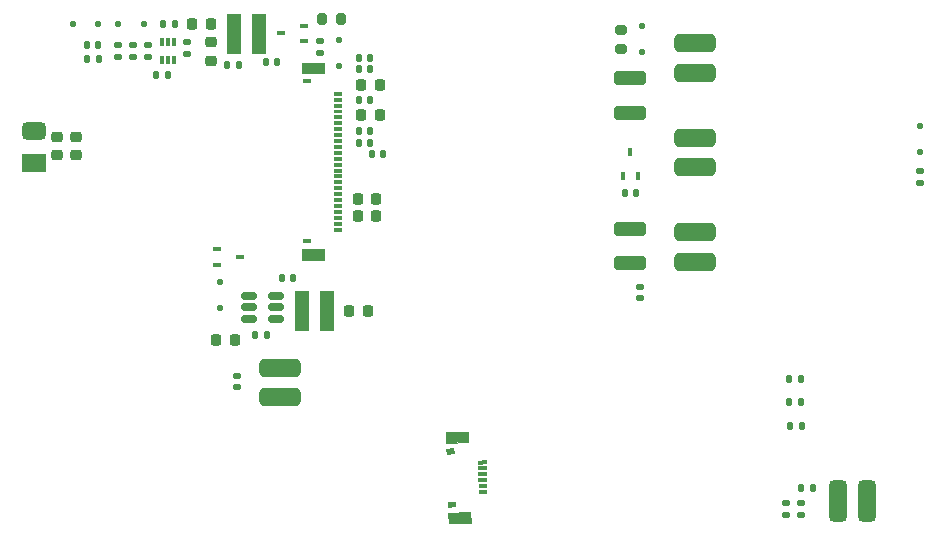
<source format=gbr>
%TF.GenerationSoftware,KiCad,Pcbnew,8.0.0-rc2-74-g5f063dd458*%
%TF.CreationDate,2024-01-29T02:36:54+02:00*%
%TF.ProjectId,SamoBase,53616d6f-4261-4736-952e-6b696361645f,rev?*%
%TF.SameCoordinates,Original*%
%TF.FileFunction,Paste,Top*%
%TF.FilePolarity,Positive*%
%FSLAX46Y46*%
G04 Gerber Fmt 4.6, Leading zero omitted, Abs format (unit mm)*
G04 Created by KiCad (PCBNEW 8.0.0-rc2-74-g5f063dd458) date 2024-01-29 02:36:54*
%MOMM*%
%LPD*%
G01*
G04 APERTURE LIST*
G04 Aperture macros list*
%AMRoundRect*
0 Rectangle with rounded corners*
0 $1 Rounding radius*
0 $2 $3 $4 $5 $6 $7 $8 $9 X,Y pos of 4 corners*
0 Add a 4 corners polygon primitive as box body*
4,1,4,$2,$3,$4,$5,$6,$7,$8,$9,$2,$3,0*
0 Add four circle primitives for the rounded corners*
1,1,$1+$1,$2,$3*
1,1,$1+$1,$4,$5*
1,1,$1+$1,$6,$7*
1,1,$1+$1,$8,$9*
0 Add four rect primitives between the rounded corners*
20,1,$1+$1,$2,$3,$4,$5,0*
20,1,$1+$1,$4,$5,$6,$7,0*
20,1,$1+$1,$6,$7,$8,$9,0*
20,1,$1+$1,$8,$9,$2,$3,0*%
G04 Aperture macros list end*
%ADD10C,0.010000*%
%ADD11RoundRect,0.200000X0.275000X-0.200000X0.275000X0.200000X-0.275000X0.200000X-0.275000X-0.200000X0*%
%ADD12RoundRect,0.125000X0.125000X-0.125000X0.125000X0.125000X-0.125000X0.125000X-0.125000X-0.125000X0*%
%ADD13R,0.340000X0.700000*%
%ADD14RoundRect,0.225000X0.225000X0.250000X-0.225000X0.250000X-0.225000X-0.250000X0.225000X-0.250000X0*%
%ADD15RoundRect,0.135000X0.135000X0.185000X-0.135000X0.185000X-0.135000X-0.185000X0.135000X-0.185000X0*%
%ADD16RoundRect,0.140000X0.140000X0.170000X-0.140000X0.170000X-0.140000X-0.170000X0.140000X-0.170000X0*%
%ADD17RoundRect,0.135000X0.185000X-0.135000X0.185000X0.135000X-0.185000X0.135000X-0.185000X-0.135000X0*%
%ADD18RoundRect,0.381000X-1.369000X-0.381000X1.369000X-0.381000X1.369000X0.381000X-1.369000X0.381000X0*%
%ADD19RoundRect,0.218750X0.218750X0.256250X-0.218750X0.256250X-0.218750X-0.256250X0.218750X-0.256250X0*%
%ADD20RoundRect,0.135000X-0.185000X0.135000X-0.185000X-0.135000X0.185000X-0.135000X0.185000X0.135000X0*%
%ADD21RoundRect,0.135000X-0.135000X-0.185000X0.135000X-0.185000X0.135000X0.185000X-0.135000X0.185000X0*%
%ADD22RoundRect,0.140000X-0.170000X0.140000X-0.170000X-0.140000X0.170000X-0.140000X0.170000X0.140000X0*%
%ADD23RoundRect,0.250000X1.100000X-0.325000X1.100000X0.325000X-1.100000X0.325000X-1.100000X-0.325000X0*%
%ADD24RoundRect,0.140000X-0.140000X-0.170000X0.140000X-0.170000X0.140000X0.170000X-0.140000X0.170000X0*%
%ADD25RoundRect,0.375000X-0.625000X-0.375000X0.625000X-0.375000X0.625000X0.375000X-0.625000X0.375000X0*%
%ADD26RoundRect,0.225000X-0.250000X0.225000X-0.250000X-0.225000X0.250000X-0.225000X0.250000X0.225000X0*%
%ADD27RoundRect,0.200000X-0.200000X-0.275000X0.200000X-0.275000X0.200000X0.275000X-0.200000X0.275000X0*%
%ADD28RoundRect,0.225000X-0.225000X-0.250000X0.225000X-0.250000X0.225000X0.250000X-0.225000X0.250000X0*%
%ADD29R,0.800000X0.400000*%
%ADD30R,0.700000X0.450000*%
%ADD31RoundRect,0.225000X0.250000X-0.225000X0.250000X0.225000X-0.250000X0.225000X-0.250000X-0.225000X0*%
%ADD32RoundRect,0.381000X0.381000X-1.369000X0.381000X1.369000X-0.381000X1.369000X-0.381000X-1.369000X0*%
%ADD33RoundRect,0.150000X-0.512500X-0.150000X0.512500X-0.150000X0.512500X0.150000X-0.512500X0.150000X0*%
%ADD34R,1.300000X3.400000*%
%ADD35RoundRect,0.125000X0.125000X0.125000X-0.125000X0.125000X-0.125000X-0.125000X0.125000X-0.125000X0*%
%ADD36R,0.450000X0.700000*%
%ADD37R,2.000000X1.500000*%
%ADD38RoundRect,0.140000X0.170000X-0.140000X0.170000X0.140000X-0.170000X0.140000X-0.170000X-0.140000X0*%
G04 APERTURE END LIST*
D10*
%TO.C,J5*%
X86749196Y-95606435D02*
X86154461Y-95624190D01*
X86142226Y-95214373D01*
X86736964Y-95196617D01*
X86749196Y-95606435D01*
G36*
X86749196Y-95606435D02*
G01*
X86154461Y-95624190D01*
X86142226Y-95214373D01*
X86736964Y-95196617D01*
X86749196Y-95606435D01*
G37*
X86883181Y-100094435D02*
X86288446Y-100112190D01*
X86276808Y-99722364D01*
X86871543Y-99704609D01*
X86883181Y-100094435D01*
G36*
X86883181Y-100094435D02*
G01*
X86288446Y-100112190D01*
X86276808Y-99722364D01*
X86871543Y-99704609D01*
X86883181Y-100094435D01*
G37*
X87976781Y-94669385D02*
X86127605Y-94724591D01*
X86100748Y-93824992D01*
X87949924Y-93769786D01*
X87976781Y-94669385D01*
G36*
X87976781Y-94669385D02*
G01*
X86127605Y-94724591D01*
X86100748Y-93824992D01*
X87949924Y-93769786D01*
X87976781Y-94669385D01*
G37*
X88179697Y-101466357D02*
X86330521Y-101521562D01*
X86303665Y-100621963D01*
X88152841Y-100566758D01*
X88179697Y-101466357D01*
G36*
X88179697Y-101466357D02*
G01*
X86330521Y-101521562D01*
X86303665Y-100621963D01*
X88152841Y-100566758D01*
X88179697Y-101466357D01*
G37*
X89455605Y-96451050D02*
X88805895Y-96470446D01*
X88798435Y-96220557D01*
X89448145Y-96201161D01*
X89455605Y-96451050D01*
G36*
X89455605Y-96451050D02*
G01*
X88805895Y-96470446D01*
X88798435Y-96220557D01*
X89448145Y-96201161D01*
X89455605Y-96451050D01*
G37*
X89470526Y-96950827D02*
X88820815Y-96970223D01*
X88813355Y-96720335D01*
X89463066Y-96700938D01*
X89470526Y-96950827D01*
G36*
X89470526Y-96950827D02*
G01*
X88820815Y-96970223D01*
X88813355Y-96720335D01*
X89463066Y-96700938D01*
X89470526Y-96950827D01*
G37*
X89485446Y-97450604D02*
X88835736Y-97470001D01*
X88828275Y-97220112D01*
X89477986Y-97200716D01*
X89485446Y-97450604D01*
G36*
X89485446Y-97450604D02*
G01*
X88835736Y-97470001D01*
X88828275Y-97220112D01*
X89477986Y-97200716D01*
X89485446Y-97450604D01*
G37*
X89500366Y-97950382D02*
X88850656Y-97969778D01*
X88843196Y-97719889D01*
X89492906Y-97700493D01*
X89500366Y-97950382D01*
G36*
X89500366Y-97950382D02*
G01*
X88850656Y-97969778D01*
X88843196Y-97719889D01*
X89492906Y-97700493D01*
X89500366Y-97950382D01*
G37*
X89515287Y-98450159D02*
X88865576Y-98469554D01*
X88858116Y-98219667D01*
X89507827Y-98200270D01*
X89515287Y-98450159D01*
G36*
X89515287Y-98450159D02*
G01*
X88865576Y-98469554D01*
X88858116Y-98219667D01*
X89507827Y-98200270D01*
X89515287Y-98450159D01*
G37*
X89530207Y-98949936D02*
X88880497Y-98969333D01*
X88873036Y-98719444D01*
X89522747Y-98700048D01*
X89530207Y-98949936D01*
G36*
X89530207Y-98949936D02*
G01*
X88880497Y-98969333D01*
X88873036Y-98719444D01*
X89522747Y-98700048D01*
X89530207Y-98949936D01*
G37*
%TO.C,J4*%
X75790000Y-62530000D02*
X73940000Y-62530000D01*
X73940000Y-63430000D01*
X75790000Y-63430000D01*
X75790000Y-62530000D01*
G36*
X75790000Y-62530000D02*
G01*
X73940000Y-62530000D01*
X73940000Y-63430000D01*
X75790000Y-63430000D01*
X75790000Y-62530000D01*
G37*
X75790000Y-78330000D02*
X73940000Y-78330000D01*
X73940000Y-79230000D01*
X75790000Y-79230000D01*
X75790000Y-78330000D01*
G36*
X75790000Y-78330000D02*
G01*
X73940000Y-78330000D01*
X73940000Y-79230000D01*
X75790000Y-79230000D01*
X75790000Y-78330000D01*
G37*
X77240000Y-65250000D02*
X76590000Y-65250000D01*
X76590000Y-65000000D01*
X77240000Y-65000000D01*
X77240000Y-65250000D01*
G36*
X77240000Y-65250000D02*
G01*
X76590000Y-65250000D01*
X76590000Y-65000000D01*
X77240000Y-65000000D01*
X77240000Y-65250000D01*
G37*
X77240000Y-65750000D02*
X76590000Y-65750000D01*
X76590000Y-65500000D01*
X77240000Y-65500000D01*
X77240000Y-65750000D01*
G36*
X77240000Y-65750000D02*
G01*
X76590000Y-65750000D01*
X76590000Y-65500000D01*
X77240000Y-65500000D01*
X77240000Y-65750000D01*
G37*
X77240000Y-66250000D02*
X76590000Y-66250000D01*
X76590000Y-66000000D01*
X77240000Y-66000000D01*
X77240000Y-66250000D01*
G36*
X77240000Y-66250000D02*
G01*
X76590000Y-66250000D01*
X76590000Y-66000000D01*
X77240000Y-66000000D01*
X77240000Y-66250000D01*
G37*
X77240000Y-66750000D02*
X76590000Y-66750000D01*
X76590000Y-66500000D01*
X77240000Y-66500000D01*
X77240000Y-66750000D01*
G36*
X77240000Y-66750000D02*
G01*
X76590000Y-66750000D01*
X76590000Y-66500000D01*
X77240000Y-66500000D01*
X77240000Y-66750000D01*
G37*
X77240000Y-67250000D02*
X76590000Y-67250000D01*
X76590000Y-67000000D01*
X77240000Y-67000000D01*
X77240000Y-67250000D01*
G36*
X77240000Y-67250000D02*
G01*
X76590000Y-67250000D01*
X76590000Y-67000000D01*
X77240000Y-67000000D01*
X77240000Y-67250000D01*
G37*
X77240000Y-67750000D02*
X76590000Y-67750000D01*
X76590000Y-67500000D01*
X77240000Y-67500000D01*
X77240000Y-67750000D01*
G36*
X77240000Y-67750000D02*
G01*
X76590000Y-67750000D01*
X76590000Y-67500000D01*
X77240000Y-67500000D01*
X77240000Y-67750000D01*
G37*
X77240000Y-68250000D02*
X76590000Y-68250000D01*
X76590000Y-68000000D01*
X77240000Y-68000000D01*
X77240000Y-68250000D01*
G36*
X77240000Y-68250000D02*
G01*
X76590000Y-68250000D01*
X76590000Y-68000000D01*
X77240000Y-68000000D01*
X77240000Y-68250000D01*
G37*
X77240000Y-68750000D02*
X76590000Y-68750000D01*
X76590000Y-68500000D01*
X77240000Y-68500000D01*
X77240000Y-68750000D01*
G36*
X77240000Y-68750000D02*
G01*
X76590000Y-68750000D01*
X76590000Y-68500000D01*
X77240000Y-68500000D01*
X77240000Y-68750000D01*
G37*
X77240000Y-69250000D02*
X76590000Y-69250000D01*
X76590000Y-69000000D01*
X77240000Y-69000000D01*
X77240000Y-69250000D01*
G36*
X77240000Y-69250000D02*
G01*
X76590000Y-69250000D01*
X76590000Y-69000000D01*
X77240000Y-69000000D01*
X77240000Y-69250000D01*
G37*
X77240000Y-69750000D02*
X76590000Y-69750000D01*
X76590000Y-69500000D01*
X77240000Y-69500000D01*
X77240000Y-69750000D01*
G36*
X77240000Y-69750000D02*
G01*
X76590000Y-69750000D01*
X76590000Y-69500000D01*
X77240000Y-69500000D01*
X77240000Y-69750000D01*
G37*
X77240000Y-70250000D02*
X76590000Y-70250000D01*
X76590000Y-70000000D01*
X77240000Y-70000000D01*
X77240000Y-70250000D01*
G36*
X77240000Y-70250000D02*
G01*
X76590000Y-70250000D01*
X76590000Y-70000000D01*
X77240000Y-70000000D01*
X77240000Y-70250000D01*
G37*
X77240000Y-70750000D02*
X76590000Y-70750000D01*
X76590000Y-70500000D01*
X77240000Y-70500000D01*
X77240000Y-70750000D01*
G36*
X77240000Y-70750000D02*
G01*
X76590000Y-70750000D01*
X76590000Y-70500000D01*
X77240000Y-70500000D01*
X77240000Y-70750000D01*
G37*
X77240000Y-71250000D02*
X76590000Y-71250000D01*
X76590000Y-71000000D01*
X77240000Y-71000000D01*
X77240000Y-71250000D01*
G36*
X77240000Y-71250000D02*
G01*
X76590000Y-71250000D01*
X76590000Y-71000000D01*
X77240000Y-71000000D01*
X77240000Y-71250000D01*
G37*
X77240000Y-71750000D02*
X76590000Y-71750000D01*
X76590000Y-71500000D01*
X77240000Y-71500000D01*
X77240000Y-71750000D01*
G36*
X77240000Y-71750000D02*
G01*
X76590000Y-71750000D01*
X76590000Y-71500000D01*
X77240000Y-71500000D01*
X77240000Y-71750000D01*
G37*
X77240000Y-72250000D02*
X76590000Y-72250000D01*
X76590000Y-72000000D01*
X77240000Y-72000000D01*
X77240000Y-72250000D01*
G36*
X77240000Y-72250000D02*
G01*
X76590000Y-72250000D01*
X76590000Y-72000000D01*
X77240000Y-72000000D01*
X77240000Y-72250000D01*
G37*
X77240000Y-72750000D02*
X76590000Y-72750000D01*
X76590000Y-72500000D01*
X77240000Y-72500000D01*
X77240000Y-72750000D01*
G36*
X77240000Y-72750000D02*
G01*
X76590000Y-72750000D01*
X76590000Y-72500000D01*
X77240000Y-72500000D01*
X77240000Y-72750000D01*
G37*
X77240000Y-73250000D02*
X76590000Y-73250000D01*
X76590000Y-73000000D01*
X77240000Y-73000000D01*
X77240000Y-73250000D01*
G36*
X77240000Y-73250000D02*
G01*
X76590000Y-73250000D01*
X76590000Y-73000000D01*
X77240000Y-73000000D01*
X77240000Y-73250000D01*
G37*
X77240000Y-73750000D02*
X76590000Y-73750000D01*
X76590000Y-73500000D01*
X77240000Y-73500000D01*
X77240000Y-73750000D01*
G36*
X77240000Y-73750000D02*
G01*
X76590000Y-73750000D01*
X76590000Y-73500000D01*
X77240000Y-73500000D01*
X77240000Y-73750000D01*
G37*
X77240000Y-74250000D02*
X76590000Y-74250000D01*
X76590000Y-74000000D01*
X77240000Y-74000000D01*
X77240000Y-74250000D01*
G36*
X77240000Y-74250000D02*
G01*
X76590000Y-74250000D01*
X76590000Y-74000000D01*
X77240000Y-74000000D01*
X77240000Y-74250000D01*
G37*
X77240000Y-74750000D02*
X76590000Y-74750000D01*
X76590000Y-74500000D01*
X77240000Y-74500000D01*
X77240000Y-74750000D01*
G36*
X77240000Y-74750000D02*
G01*
X76590000Y-74750000D01*
X76590000Y-74500000D01*
X77240000Y-74500000D01*
X77240000Y-74750000D01*
G37*
X77240000Y-75250000D02*
X76590000Y-75250000D01*
X76590000Y-75000000D01*
X77240000Y-75000000D01*
X77240000Y-75250000D01*
G36*
X77240000Y-75250000D02*
G01*
X76590000Y-75250000D01*
X76590000Y-75000000D01*
X77240000Y-75000000D01*
X77240000Y-75250000D01*
G37*
X77240000Y-75750000D02*
X76590000Y-75750000D01*
X76590000Y-75500000D01*
X77240000Y-75500000D01*
X77240000Y-75750000D01*
G36*
X77240000Y-75750000D02*
G01*
X76590000Y-75750000D01*
X76590000Y-75500000D01*
X77240000Y-75500000D01*
X77240000Y-75750000D01*
G37*
X77240000Y-76250000D02*
X76590000Y-76250000D01*
X76590000Y-76000000D01*
X77240000Y-76000000D01*
X77240000Y-76250000D01*
G36*
X77240000Y-76250000D02*
G01*
X76590000Y-76250000D01*
X76590000Y-76000000D01*
X77240000Y-76000000D01*
X77240000Y-76250000D01*
G37*
X77240000Y-76750000D02*
X76590000Y-76750000D01*
X76590000Y-76500000D01*
X77240000Y-76500000D01*
X77240000Y-76750000D01*
G36*
X77240000Y-76750000D02*
G01*
X76590000Y-76750000D01*
X76590000Y-76500000D01*
X77240000Y-76500000D01*
X77240000Y-76750000D01*
G37*
%TD*%
D11*
%TO.C,R15*%
X100930000Y-61375000D03*
X100930000Y-59725000D03*
%TD*%
D12*
%TO.C,D6*%
X126250000Y-70100000D03*
X126250000Y-67900000D03*
%TD*%
D13*
%TO.C,Q3*%
X62080000Y-62300000D03*
X62580000Y-62300000D03*
X63080000Y-62300000D03*
X63080000Y-60800000D03*
X62580000Y-60800000D03*
X62080000Y-60800000D03*
%TD*%
D12*
%TO.C,D9*%
X102657500Y-61627500D03*
X102657500Y-59427500D03*
%TD*%
D14*
%TO.C,C24*%
X80475000Y-67000000D03*
X78925000Y-67000000D03*
%TD*%
D15*
%TO.C,R6*%
X116210000Y-93300000D03*
X115190000Y-93300000D03*
%TD*%
D16*
%TO.C,C18*%
X71820000Y-62510000D03*
X70860000Y-62510000D03*
%TD*%
D17*
%TO.C,R12*%
X64190000Y-61810000D03*
X64190000Y-60790000D03*
%TD*%
D18*
%TO.C,C15*%
X72055000Y-88375000D03*
X72055000Y-90875000D03*
%TD*%
D19*
%TO.C,FB1*%
X66175000Y-59300000D03*
X64600000Y-59300000D03*
%TD*%
D20*
%TO.C,R2*%
X116180000Y-99800000D03*
X116180000Y-100820000D03*
%TD*%
D12*
%TO.C,D5*%
X66930000Y-83300000D03*
X66930000Y-81100000D03*
%TD*%
D21*
%TO.C,R10*%
X62170000Y-59300000D03*
X63190000Y-59300000D03*
%TD*%
D16*
%TO.C,C7*%
X73140000Y-80800000D03*
X72180000Y-80800000D03*
%TD*%
D22*
%TO.C,C3*%
X114910000Y-99830000D03*
X114910000Y-100790000D03*
%TD*%
%TO.C,C9*%
X68410000Y-89070000D03*
X68410000Y-90030000D03*
%TD*%
D15*
%TO.C,R1*%
X117200000Y-98570000D03*
X116180000Y-98570000D03*
%TD*%
D16*
%TO.C,C23*%
X79680000Y-69300000D03*
X78720000Y-69300000D03*
%TD*%
%TO.C,C17*%
X68560000Y-62700000D03*
X67600000Y-62700000D03*
%TD*%
D23*
%TO.C,C31*%
X101680000Y-66775000D03*
X101680000Y-63825000D03*
%TD*%
D20*
%TO.C,R3*%
X58330000Y-61040000D03*
X58330000Y-62060000D03*
%TD*%
D17*
%TO.C,R11*%
X60830000Y-62060000D03*
X60830000Y-61040000D03*
%TD*%
D24*
%TO.C,C6*%
X69950000Y-85550000D03*
X70910000Y-85550000D03*
%TD*%
D16*
%TO.C,C22*%
X80760000Y-70300000D03*
X79800000Y-70300000D03*
%TD*%
D18*
%TO.C,C12*%
X107180000Y-68875000D03*
X107180000Y-71375000D03*
%TD*%
D25*
%TO.C,J1*%
X51250000Y-68280000D03*
%TD*%
D16*
%TO.C,C27*%
X79680000Y-68300000D03*
X78720000Y-68300000D03*
%TD*%
D15*
%TO.C,R14*%
X116200000Y-91300000D03*
X115180000Y-91300000D03*
%TD*%
D26*
%TO.C,C2*%
X54800000Y-68800000D03*
X54800000Y-70350000D03*
%TD*%
D27*
%TO.C,R9*%
X75575000Y-58800000D03*
X77225000Y-58800000D03*
%TD*%
D28*
%TO.C,C4*%
X66655000Y-86050000D03*
X68205000Y-86050000D03*
%TD*%
D29*
%TO.C,J4*%
X74340000Y-64125000D03*
X74340000Y-77625000D03*
%TD*%
D18*
%TO.C,C13*%
X107180000Y-76875000D03*
X107180000Y-79375000D03*
%TD*%
D30*
%TO.C,D7*%
X66700000Y-78350000D03*
X66700000Y-79650000D03*
X68700000Y-79000000D03*
%TD*%
D31*
%TO.C,C16*%
X66200000Y-62350000D03*
X66200000Y-60800000D03*
%TD*%
D17*
%TO.C,R5*%
X126250000Y-72760000D03*
X126250000Y-71740000D03*
%TD*%
D16*
%TO.C,C5*%
X56670000Y-61020000D03*
X55710000Y-61020000D03*
%TD*%
D20*
%TO.C,R7*%
X75400000Y-60690000D03*
X75400000Y-61710000D03*
%TD*%
D32*
%TO.C,C14*%
X119255000Y-99675000D03*
X121755000Y-99675000D03*
%TD*%
D30*
%TO.C,Q2*%
X74100000Y-60700000D03*
X74100000Y-59400000D03*
X72100000Y-60050000D03*
%TD*%
D12*
%TO.C,D8*%
X77077500Y-62777500D03*
X77077500Y-60577500D03*
%TD*%
D20*
%TO.C,R4*%
X59580000Y-61050000D03*
X59580000Y-62070000D03*
%TD*%
D33*
%TO.C,U1*%
X69405000Y-82300000D03*
X69405000Y-83250000D03*
X69405000Y-84200000D03*
X71680000Y-84200000D03*
X71680000Y-83250000D03*
X71680000Y-82300000D03*
%TD*%
D24*
%TO.C,C19*%
X78720000Y-63100000D03*
X79680000Y-63100000D03*
%TD*%
D16*
%TO.C,C26*%
X79680000Y-62100000D03*
X78720000Y-62100000D03*
%TD*%
D14*
%TO.C,C28*%
X80205000Y-74050000D03*
X78655000Y-74050000D03*
%TD*%
D34*
%TO.C,L2*%
X68150000Y-60100000D03*
X70250000Y-60100000D03*
%TD*%
D26*
%TO.C,C1*%
X53200000Y-68800000D03*
X53200000Y-70350000D03*
%TD*%
D16*
%TO.C,C8*%
X102180000Y-73600000D03*
X101220000Y-73600000D03*
%TD*%
D14*
%TO.C,C11*%
X79480000Y-83550000D03*
X77930000Y-83550000D03*
%TD*%
D15*
%TO.C,R13*%
X116200000Y-89310000D03*
X115180000Y-89310000D03*
%TD*%
D24*
%TO.C,C20*%
X78720000Y-65700000D03*
X79680000Y-65700000D03*
%TD*%
D35*
%TO.C,D2*%
X60530000Y-59300000D03*
X58330000Y-59300000D03*
%TD*%
D36*
%TO.C,Q1*%
X101050000Y-72100000D03*
X102350000Y-72100000D03*
X101700000Y-70100000D03*
%TD*%
D14*
%TO.C,C25*%
X80475000Y-64400000D03*
X78925000Y-64400000D03*
%TD*%
D37*
%TO.C,J2*%
X51250000Y-71030000D03*
%TD*%
D38*
%TO.C,C29*%
X102500000Y-82480000D03*
X102500000Y-81520000D03*
%TD*%
D21*
%TO.C,R16*%
X55670000Y-62200000D03*
X56690000Y-62200000D03*
%TD*%
D23*
%TO.C,C30*%
X101680000Y-79525000D03*
X101680000Y-76575000D03*
%TD*%
D14*
%TO.C,C21*%
X80205000Y-75550000D03*
X78655000Y-75550000D03*
%TD*%
D21*
%TO.C,R8*%
X61570000Y-63550000D03*
X62590000Y-63550000D03*
%TD*%
D35*
%TO.C,D1*%
X56680000Y-59300000D03*
X54480000Y-59300000D03*
%TD*%
D18*
%TO.C,C10*%
X107180000Y-60875000D03*
X107180000Y-63375000D03*
%TD*%
D34*
%TO.C,L1*%
X73930000Y-83550000D03*
X76030000Y-83550000D03*
%TD*%
M02*

</source>
